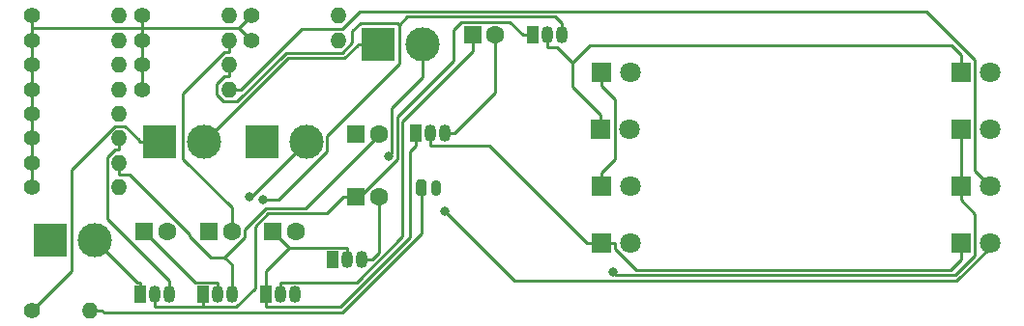
<source format=gbr>
G04 #@! TF.GenerationSoftware,KiCad,Pcbnew,(5.0.1-3-g963ef8bb5)*
G04 #@! TF.CreationDate,2019-07-07T12:57:12+09:00*
G04 #@! TF.ProjectId,Edge Light Tree,45646765204C6967687420547265652E,rev?*
G04 #@! TF.SameCoordinates,Original*
G04 #@! TF.FileFunction,Copper,L2,Bot,Mixed*
G04 #@! TF.FilePolarity,Positive*
%FSLAX46Y46*%
G04 Gerber Fmt 4.6, Leading zero omitted, Abs format (unit mm)*
G04 Created by KiCad (PCBNEW (5.0.1-3-g963ef8bb5)) date 2019 July 07, Sunday 12:57:12*
%MOMM*%
%LPD*%
G01*
G04 APERTURE LIST*
G04 #@! TA.AperFunction,ComponentPad*
%ADD10C,3.000000*%
G04 #@! TD*
G04 #@! TA.AperFunction,ComponentPad*
%ADD11R,3.000000X3.000000*%
G04 #@! TD*
G04 #@! TA.AperFunction,ComponentPad*
%ADD12C,1.600000*%
G04 #@! TD*
G04 #@! TA.AperFunction,ComponentPad*
%ADD13R,1.600000X1.600000*%
G04 #@! TD*
G04 #@! TA.AperFunction,ComponentPad*
%ADD14C,1.800000*%
G04 #@! TD*
G04 #@! TA.AperFunction,ComponentPad*
%ADD15R,1.800000X1.800000*%
G04 #@! TD*
G04 #@! TA.AperFunction,Conductor*
%ADD16C,0.100000*%
G04 #@! TD*
G04 #@! TA.AperFunction,ComponentPad*
%ADD17C,0.900000*%
G04 #@! TD*
G04 #@! TA.AperFunction,ComponentPad*
%ADD18O,0.900000X1.400000*%
G04 #@! TD*
G04 #@! TA.AperFunction,ComponentPad*
%ADD19R,1.050000X1.500000*%
G04 #@! TD*
G04 #@! TA.AperFunction,ComponentPad*
%ADD20O,1.050000X1.500000*%
G04 #@! TD*
G04 #@! TA.AperFunction,ComponentPad*
%ADD21C,1.400000*%
G04 #@! TD*
G04 #@! TA.AperFunction,ComponentPad*
%ADD22O,1.400000X1.400000*%
G04 #@! TD*
G04 #@! TA.AperFunction,ViaPad*
%ADD23C,0.800000*%
G04 #@! TD*
G04 #@! TA.AperFunction,Conductor*
%ADD24C,0.250000*%
G04 #@! TD*
G04 APERTURE END LIST*
D10*
G04 #@! TO.P,BT1,2*
G04 #@! TO.N,Net-(BT1-Pad2)*
X123178000Y-96746400D03*
D11*
G04 #@! TO.P,BT1,1*
G04 #@! TO.N,Net-(BT1-Pad1)*
X119298000Y-96746400D03*
G04 #@! TD*
D10*
G04 #@! TO.P,BT2,2*
G04 #@! TO.N,Net-(BT2-Pad2)*
X151888000Y-79546400D03*
D11*
G04 #@! TO.P,BT2,1*
G04 #@! TO.N,Net-(BT2-Pad1)*
X148008000Y-79546400D03*
G04 #@! TD*
D12*
G04 #@! TO.P,C1,2*
G04 #@! TO.N,Net-(C1-Pad2)*
X129533000Y-95996400D03*
D13*
G04 #@! TO.P,C1,1*
G04 #@! TO.N,Net-(C1-Pad1)*
X127533000Y-95996400D03*
G04 #@! TD*
G04 #@! TO.P,C2,1*
G04 #@! TO.N,Net-(C2-Pad1)*
X146033000Y-87396400D03*
D12*
G04 #@! TO.P,C2,2*
G04 #@! TO.N,Net-(C2-Pad2)*
X148033000Y-87396400D03*
G04 #@! TD*
D13*
G04 #@! TO.P,C3,1*
G04 #@! TO.N,Net-(C3-Pad1)*
X133163000Y-95996400D03*
D12*
G04 #@! TO.P,C3,2*
G04 #@! TO.N,Net-(C3-Pad2)*
X135163000Y-95996400D03*
G04 #@! TD*
G04 #@! TO.P,C4,2*
G04 #@! TO.N,Net-(C4-Pad2)*
X158243000Y-78746400D03*
D13*
G04 #@! TO.P,C4,1*
G04 #@! TO.N,Net-(C4-Pad1)*
X156243000Y-78746400D03*
G04 #@! TD*
G04 #@! TO.P,C5,1*
G04 #@! TO.N,Net-(C5-Pad1)*
X138793000Y-95996400D03*
D12*
G04 #@! TO.P,C5,2*
G04 #@! TO.N,Net-(C5-Pad2)*
X140793000Y-95996400D03*
G04 #@! TD*
G04 #@! TO.P,C6,2*
G04 #@! TO.N,Net-(C6-Pad2)*
X148033000Y-92946400D03*
D13*
G04 #@! TO.P,C6,1*
G04 #@! TO.N,Net-(C6-Pad1)*
X146033000Y-92946400D03*
G04 #@! TD*
D14*
G04 #@! TO.P,D1,2*
G04 #@! TO.N,Net-(D1-Pad2)*
X201540000Y-92000000D03*
D15*
G04 #@! TO.P,D1,1*
G04 #@! TO.N,Net-(C1-Pad1)*
X199000000Y-92000000D03*
G04 #@! TD*
G04 #@! TO.P,D2,1*
G04 #@! TO.N,Net-(C1-Pad1)*
X199000000Y-87000000D03*
D14*
G04 #@! TO.P,D2,2*
G04 #@! TO.N,Net-(D2-Pad2)*
X201540000Y-87000000D03*
G04 #@! TD*
G04 #@! TO.P,D3,2*
G04 #@! TO.N,Net-(D3-Pad2)*
X170000000Y-87000000D03*
D15*
G04 #@! TO.P,D3,1*
G04 #@! TO.N,Net-(C2-Pad1)*
X167460000Y-87000000D03*
G04 #@! TD*
G04 #@! TO.P,D4,1*
G04 #@! TO.N,Net-(C2-Pad1)*
X199000000Y-82000000D03*
D14*
G04 #@! TO.P,D4,2*
G04 #@! TO.N,Net-(D4-Pad2)*
X201540000Y-82000000D03*
G04 #@! TD*
G04 #@! TO.P,D5,2*
G04 #@! TO.N,Net-(D5-Pad2)*
X170040000Y-97000000D03*
D15*
G04 #@! TO.P,D5,1*
G04 #@! TO.N,Net-(C3-Pad1)*
X167500000Y-97000000D03*
G04 #@! TD*
G04 #@! TO.P,D6,1*
G04 #@! TO.N,Net-(C3-Pad1)*
X199000000Y-97000000D03*
D14*
G04 #@! TO.P,D6,2*
G04 #@! TO.N,Net-(D6-Pad2)*
X201540000Y-97000000D03*
G04 #@! TD*
D15*
G04 #@! TO.P,D7,1*
G04 #@! TO.N,Net-(C4-Pad1)*
X167500000Y-82000000D03*
D14*
G04 #@! TO.P,D7,2*
G04 #@! TO.N,Net-(D7-Pad2)*
X170040000Y-82000000D03*
G04 #@! TD*
D15*
G04 #@! TO.P,D8,1*
G04 #@! TO.N,Net-(C4-Pad1)*
X167500000Y-92000000D03*
D14*
G04 #@! TO.P,D8,2*
G04 #@! TO.N,Net-(D8-Pad2)*
X170040000Y-92000000D03*
G04 #@! TD*
D16*
G04 #@! TO.N,Net-(M1-Pad1)*
G04 #@! TO.C,M1*
G36*
X152020054Y-91437483D02*
X152041895Y-91440723D01*
X152063314Y-91446088D01*
X152084104Y-91453527D01*
X152104064Y-91462968D01*
X152123003Y-91474319D01*
X152140738Y-91487473D01*
X152157099Y-91502301D01*
X152171927Y-91518662D01*
X152185081Y-91536397D01*
X152196432Y-91555336D01*
X152205873Y-91575296D01*
X152213312Y-91596086D01*
X152218677Y-91617505D01*
X152221917Y-91639346D01*
X152223000Y-91661400D01*
X152223000Y-92611400D01*
X152221917Y-92633454D01*
X152218677Y-92655295D01*
X152213312Y-92676714D01*
X152205873Y-92697504D01*
X152196432Y-92717464D01*
X152185081Y-92736403D01*
X152171927Y-92754138D01*
X152157099Y-92770499D01*
X152140738Y-92785327D01*
X152123003Y-92798481D01*
X152104064Y-92809832D01*
X152084104Y-92819273D01*
X152063314Y-92826712D01*
X152041895Y-92832077D01*
X152020054Y-92835317D01*
X151998000Y-92836400D01*
X151548000Y-92836400D01*
X151525946Y-92835317D01*
X151504105Y-92832077D01*
X151482686Y-92826712D01*
X151461896Y-92819273D01*
X151441936Y-92809832D01*
X151422997Y-92798481D01*
X151405262Y-92785327D01*
X151388901Y-92770499D01*
X151374073Y-92754138D01*
X151360919Y-92736403D01*
X151349568Y-92717464D01*
X151340127Y-92697504D01*
X151332688Y-92676714D01*
X151327323Y-92655295D01*
X151324083Y-92633454D01*
X151323000Y-92611400D01*
X151323000Y-91661400D01*
X151324083Y-91639346D01*
X151327323Y-91617505D01*
X151332688Y-91596086D01*
X151340127Y-91575296D01*
X151349568Y-91555336D01*
X151360919Y-91536397D01*
X151374073Y-91518662D01*
X151388901Y-91502301D01*
X151405262Y-91487473D01*
X151422997Y-91474319D01*
X151441936Y-91462968D01*
X151461896Y-91453527D01*
X151482686Y-91446088D01*
X151504105Y-91440723D01*
X151525946Y-91437483D01*
X151548000Y-91436400D01*
X151998000Y-91436400D01*
X152020054Y-91437483D01*
X152020054Y-91437483D01*
G37*
D17*
G04 #@! TD*
G04 #@! TO.P,M1,1*
G04 #@! TO.N,Net-(M1-Pad1)*
X151773000Y-92136400D03*
D18*
G04 #@! TO.P,M1,2*
G04 #@! TO.N,Net-(BT2-Pad2)*
X153023000Y-92136400D03*
G04 #@! TD*
D19*
G04 #@! TO.P,Q1,1*
G04 #@! TO.N,Net-(C5-Pad1)*
X151283000Y-87376400D03*
D20*
G04 #@! TO.P,Q1,3*
G04 #@! TO.N,Net-(C4-Pad2)*
X153823000Y-87376400D03*
G04 #@! TO.P,Q1,2*
G04 #@! TO.N,Net-(C3-Pad1)*
X152553000Y-87376400D03*
G04 #@! TD*
G04 #@! TO.P,Q2,2*
G04 #@! TO.N,Net-(C4-Pad1)*
X139443000Y-101526000D03*
G04 #@! TO.P,Q2,3*
G04 #@! TO.N,Net-(C3-Pad2)*
X140713000Y-101526000D03*
D19*
G04 #@! TO.P,Q2,1*
G04 #@! TO.N,Net-(C5-Pad1)*
X138173000Y-101526000D03*
G04 #@! TD*
G04 #@! TO.P,Q3,1*
G04 #@! TO.N,Net-(C6-Pad1)*
X132663000Y-101526000D03*
D20*
G04 #@! TO.P,Q3,3*
G04 #@! TO.N,Net-(C2-Pad2)*
X135203000Y-101526000D03*
G04 #@! TO.P,Q3,2*
G04 #@! TO.N,Net-(C1-Pad1)*
X133933000Y-101526000D03*
G04 #@! TD*
G04 #@! TO.P,Q4,2*
G04 #@! TO.N,Net-(C2-Pad1)*
X162763000Y-78726400D03*
G04 #@! TO.P,Q4,3*
G04 #@! TO.N,Net-(C1-Pad2)*
X164033000Y-78726400D03*
D19*
G04 #@! TO.P,Q4,1*
G04 #@! TO.N,Net-(C6-Pad1)*
X161493000Y-78726400D03*
G04 #@! TD*
G04 #@! TO.P,Q5,1*
G04 #@! TO.N,Net-(BT1-Pad2)*
X127153000Y-101526000D03*
D20*
G04 #@! TO.P,Q5,3*
G04 #@! TO.N,Net-(C5-Pad2)*
X129693000Y-101526000D03*
G04 #@! TO.P,Q5,2*
G04 #@! TO.N,Net-(C6-Pad1)*
X128423000Y-101526000D03*
G04 #@! TD*
G04 #@! TO.P,Q6,2*
G04 #@! TO.N,Net-(C5-Pad1)*
X145313000Y-98476400D03*
G04 #@! TO.P,Q6,3*
G04 #@! TO.N,Net-(C6-Pad2)*
X146583000Y-98476400D03*
D19*
G04 #@! TO.P,Q6,1*
G04 #@! TO.N,Net-(BT1-Pad2)*
X144043000Y-98476400D03*
G04 #@! TD*
D21*
G04 #@! TO.P,R1,1*
G04 #@! TO.N,Net-(R1-Pad1)*
X117713000Y-102896000D03*
D22*
G04 #@! TO.P,R1,2*
G04 #@! TO.N,Net-(M1-Pad1)*
X122793000Y-102896000D03*
G04 #@! TD*
G04 #@! TO.P,R2,2*
G04 #@! TO.N,Net-(D1-Pad2)*
X134903000Y-83496400D03*
D21*
G04 #@! TO.P,R2,1*
G04 #@! TO.N,Net-(R10-Pad1)*
X127283000Y-83496400D03*
G04 #@! TD*
G04 #@! TO.P,R3,1*
G04 #@! TO.N,Net-(R10-Pad1)*
X117713000Y-92096400D03*
D22*
G04 #@! TO.P,R3,2*
G04 #@! TO.N,Net-(D2-Pad2)*
X125333000Y-92096400D03*
G04 #@! TD*
G04 #@! TO.P,R4,2*
G04 #@! TO.N,Net-(C1-Pad2)*
X134903000Y-81346400D03*
D21*
G04 #@! TO.P,R4,1*
G04 #@! TO.N,Net-(R10-Pad1)*
X127283000Y-81346400D03*
G04 #@! TD*
G04 #@! TO.P,R5,1*
G04 #@! TO.N,Net-(R10-Pad1)*
X117713000Y-89946400D03*
D22*
G04 #@! TO.P,R5,2*
G04 #@! TO.N,Net-(C2-Pad2)*
X125333000Y-89946400D03*
G04 #@! TD*
G04 #@! TO.P,R6,2*
G04 #@! TO.N,Net-(D3-Pad2)*
X144473000Y-79196400D03*
D21*
G04 #@! TO.P,R6,1*
G04 #@! TO.N,Net-(R10-Pad1)*
X136853000Y-79196400D03*
G04 #@! TD*
G04 #@! TO.P,R7,1*
G04 #@! TO.N,Net-(R10-Pad1)*
X136853000Y-77046400D03*
D22*
G04 #@! TO.P,R7,2*
G04 #@! TO.N,Net-(D4-Pad2)*
X144473000Y-77046400D03*
G04 #@! TD*
G04 #@! TO.P,R8,2*
G04 #@! TO.N,Net-(C6-Pad2)*
X125333000Y-77046400D03*
D21*
G04 #@! TO.P,R8,1*
G04 #@! TO.N,Net-(R10-Pad1)*
X117713000Y-77046400D03*
G04 #@! TD*
G04 #@! TO.P,R9,1*
G04 #@! TO.N,Net-(R10-Pad1)*
X117713000Y-87796400D03*
D22*
G04 #@! TO.P,R9,2*
G04 #@! TO.N,Net-(C5-Pad2)*
X125333000Y-87796400D03*
G04 #@! TD*
D21*
G04 #@! TO.P,R10,1*
G04 #@! TO.N,Net-(R10-Pad1)*
X117713000Y-85646400D03*
D22*
G04 #@! TO.P,R10,2*
G04 #@! TO.N,Net-(D5-Pad2)*
X125333000Y-85646400D03*
G04 #@! TD*
G04 #@! TO.P,R11,2*
G04 #@! TO.N,Net-(D6-Pad2)*
X125333000Y-83496400D03*
D21*
G04 #@! TO.P,R11,1*
G04 #@! TO.N,Net-(R10-Pad1)*
X117713000Y-83496400D03*
G04 #@! TD*
G04 #@! TO.P,R12,1*
G04 #@! TO.N,Net-(R10-Pad1)*
X127283000Y-79196400D03*
D22*
G04 #@! TO.P,R12,2*
G04 #@! TO.N,Net-(C3-Pad2)*
X134903000Y-79196400D03*
G04 #@! TD*
G04 #@! TO.P,R13,2*
G04 #@! TO.N,Net-(C4-Pad2)*
X125333000Y-81346400D03*
D21*
G04 #@! TO.P,R13,1*
G04 #@! TO.N,Net-(R10-Pad1)*
X117713000Y-81346400D03*
G04 #@! TD*
G04 #@! TO.P,R14,1*
G04 #@! TO.N,Net-(R10-Pad1)*
X127283000Y-77046400D03*
D22*
G04 #@! TO.P,R14,2*
G04 #@! TO.N,Net-(D7-Pad2)*
X134903000Y-77046400D03*
G04 #@! TD*
G04 #@! TO.P,R15,2*
G04 #@! TO.N,Net-(D8-Pad2)*
X125333000Y-79196400D03*
D21*
G04 #@! TO.P,R15,1*
G04 #@! TO.N,Net-(R10-Pad1)*
X117713000Y-79196400D03*
G04 #@! TD*
D11*
G04 #@! TO.P,SW1,1*
G04 #@! TO.N,Net-(R10-Pad1)*
X137798000Y-88146400D03*
D10*
G04 #@! TO.P,SW1,2*
G04 #@! TO.N,Net-(BT1-Pad1)*
X141678000Y-88146400D03*
G04 #@! TD*
D11*
G04 #@! TO.P,SW2,1*
G04 #@! TO.N,Net-(R1-Pad1)*
X128868000Y-88146400D03*
D10*
G04 #@! TO.P,SW2,2*
G04 #@! TO.N,Net-(BT2-Pad1)*
X132748000Y-88146400D03*
G04 #@! TD*
D23*
G04 #@! TO.N,Net-(BT1-Pad1)*
X136690200Y-92911500D03*
G04 #@! TO.N,Net-(BT2-Pad2)*
X148919300Y-89366900D03*
G04 #@! TO.N,Net-(C1-Pad2)*
X137940900Y-93185200D03*
G04 #@! TO.N,Net-(C1-Pad1)*
X168523400Y-99534500D03*
G04 #@! TO.N,Net-(D6-Pad2)*
X153856000Y-94229000D03*
G04 #@! TD*
D24*
G04 #@! TO.N,Net-(BT1-Pad2)*
X127153000Y-101445500D02*
X127153000Y-101526000D01*
X127153000Y-101445500D02*
X127153000Y-100450700D01*
X127153000Y-100450700D02*
X126882300Y-100450700D01*
X126882300Y-100450700D02*
X123178000Y-96746400D01*
G04 #@! TO.N,Net-(BT1-Pad1)*
X141678000Y-88146400D02*
X136912900Y-92911500D01*
X136912900Y-92911500D02*
X136690200Y-92911500D01*
G04 #@! TO.N,Net-(BT2-Pad2)*
X148919300Y-89366900D02*
X149158400Y-89127800D01*
X149158400Y-89127800D02*
X149158400Y-85147100D01*
X149158400Y-85147100D02*
X151888000Y-82417500D01*
X151888000Y-82417500D02*
X151888000Y-79546400D01*
G04 #@! TO.N,Net-(BT2-Pad1)*
X132748000Y-88146400D02*
X140129500Y-80764900D01*
X140129500Y-80764900D02*
X145043800Y-80764900D01*
X145043800Y-80764900D02*
X146182700Y-79626000D01*
X146182700Y-79626000D02*
X146182700Y-79546400D01*
X148008000Y-79546400D02*
X146182700Y-79546400D01*
G04 #@! TO.N,Net-(C1-Pad2)*
X149837900Y-77853800D02*
X150563400Y-77128300D01*
X150563400Y-77128300D02*
X163510200Y-77128300D01*
X163510200Y-77128300D02*
X164033000Y-77651100D01*
X134903000Y-82371700D02*
X134518500Y-82371700D01*
X134518500Y-82371700D02*
X133831200Y-83059000D01*
X133831200Y-83059000D02*
X133831200Y-83948200D01*
X133831200Y-83948200D02*
X134445700Y-84562700D01*
X134445700Y-84562700D02*
X135662200Y-84562700D01*
X135662200Y-84562700D02*
X139948600Y-80276300D01*
X139948600Y-80276300D02*
X144878200Y-80276300D01*
X144878200Y-80276300D02*
X145732400Y-79422100D01*
X145732400Y-79422100D02*
X145732400Y-78360600D01*
X145732400Y-78360600D02*
X146425600Y-77667400D01*
X146425600Y-77667400D02*
X149651500Y-77667400D01*
X149651500Y-77667400D02*
X149837900Y-77853800D01*
X149837900Y-77853800D02*
X149837900Y-81254700D01*
X149837900Y-81254700D02*
X143513400Y-87579200D01*
X143513400Y-87579200D02*
X143513400Y-88926400D01*
X143513400Y-88926400D02*
X139254600Y-93185200D01*
X139254600Y-93185200D02*
X137940900Y-93185200D01*
X164033000Y-78726400D02*
X164033000Y-77651100D01*
X134903000Y-81346400D02*
X134903000Y-82371700D01*
G04 #@! TO.N,Net-(C1-Pad1)*
X199000000Y-93225300D02*
X200225300Y-94450600D01*
X200225300Y-94450600D02*
X200225300Y-98084600D01*
X200225300Y-98084600D02*
X198525600Y-99784300D01*
X198525600Y-99784300D02*
X168773200Y-99784300D01*
X168773200Y-99784300D02*
X168523400Y-99534500D01*
X199000000Y-92000000D02*
X199000000Y-93225300D01*
X199000000Y-91387300D02*
X199000000Y-92000000D01*
X199000000Y-91387300D02*
X199000000Y-90774700D01*
X199000000Y-87000000D02*
X199000000Y-88225300D01*
X199000000Y-88225300D02*
X199000000Y-90774700D01*
X133933000Y-101526000D02*
X133933000Y-100450700D01*
X133933000Y-100450700D02*
X131987300Y-100450700D01*
X131987300Y-100450700D02*
X127533000Y-95996400D01*
G04 #@! TO.N,Net-(C2-Pad1)*
X164994200Y-81178100D02*
X164994200Y-83308900D01*
X164994200Y-83308900D02*
X167460000Y-85774700D01*
X199000000Y-82000000D02*
X199000000Y-80463300D01*
X199000000Y-80463300D02*
X198164300Y-79627600D01*
X198164300Y-79627600D02*
X166544700Y-79627600D01*
X166544700Y-79627600D02*
X164994200Y-81178100D01*
X162763000Y-79801700D02*
X163617800Y-79801700D01*
X163617800Y-79801700D02*
X164994200Y-81178100D01*
X162763000Y-78726400D02*
X162763000Y-79801700D01*
X167460000Y-87000000D02*
X167460000Y-85774700D01*
G04 #@! TO.N,Net-(C2-Pad2)*
X134539100Y-98225200D02*
X136290500Y-96473800D01*
X136290500Y-96473800D02*
X136290500Y-95800900D01*
X136290500Y-95800900D02*
X138180900Y-93910500D01*
X138180900Y-93910500D02*
X141605000Y-93910500D01*
X141605000Y-93910500D02*
X148033000Y-87482500D01*
X148033000Y-87482500D02*
X148033000Y-87396400D01*
X125333000Y-89946400D02*
X125333000Y-90971700D01*
X135203000Y-101526000D02*
X135203000Y-98889100D01*
X135203000Y-98889100D02*
X134539100Y-98225200D01*
X125333000Y-90971700D02*
X126217500Y-90971700D01*
X126217500Y-90971700D02*
X131507300Y-96261500D01*
X131507300Y-96261500D02*
X131507300Y-96402300D01*
X131507300Y-96402300D02*
X133330200Y-98225200D01*
X133330200Y-98225200D02*
X134539100Y-98225200D01*
G04 #@! TO.N,Net-(C3-Pad1)*
X167500000Y-97000000D02*
X166274700Y-97000000D01*
X152553000Y-87376400D02*
X152553000Y-88451700D01*
X152553000Y-88451700D02*
X157726400Y-88451700D01*
X157726400Y-88451700D02*
X166274700Y-97000000D01*
X167500000Y-97000000D02*
X168725300Y-97000000D01*
X168725300Y-97000000D02*
X168725300Y-97496000D01*
X168725300Y-97496000D02*
X170554700Y-99325400D01*
X170554700Y-99325400D02*
X198136100Y-99325400D01*
X198136100Y-99325400D02*
X199000000Y-98461500D01*
X199000000Y-98461500D02*
X199000000Y-97000000D01*
G04 #@! TO.N,Net-(C3-Pad2)*
X134903000Y-79196400D02*
X134903000Y-80221700D01*
X134903000Y-80221700D02*
X134518500Y-80221700D01*
X134518500Y-80221700D02*
X130903500Y-83836700D01*
X130903500Y-83836700D02*
X130903500Y-89635600D01*
X130903500Y-89635600D02*
X135163000Y-93895100D01*
X135163000Y-93895100D02*
X135163000Y-95996400D01*
G04 #@! TO.N,Net-(C4-Pad2)*
X153823000Y-87376400D02*
X154673300Y-87376400D01*
X154673300Y-87376400D02*
X158243000Y-83806700D01*
X158243000Y-83806700D02*
X158243000Y-78746400D01*
G04 #@! TO.N,Net-(C4-Pad1)*
X139443000Y-101526000D02*
X139443000Y-100450700D01*
X139443000Y-100450700D02*
X146095900Y-100450700D01*
X146095900Y-100450700D02*
X150102800Y-96443800D01*
X150102800Y-96443800D02*
X150102800Y-86301000D01*
X150102800Y-86301000D02*
X156243000Y-80160800D01*
X156243000Y-80160800D02*
X156243000Y-78746400D01*
X167500000Y-92000000D02*
X167500000Y-90774700D01*
X167500000Y-90774700D02*
X168685400Y-89589300D01*
X168685400Y-89589300D02*
X168685400Y-84410700D01*
X168685400Y-84410700D02*
X167500000Y-83225300D01*
X167500000Y-82000000D02*
X167500000Y-83225300D01*
G04 #@! TO.N,Net-(C5-Pad1)*
X151283000Y-87376400D02*
X151283000Y-88451700D01*
X138173000Y-101526000D02*
X138173000Y-102601300D01*
X138173000Y-102601300D02*
X144650800Y-102601300D01*
X144650800Y-102601300D02*
X150789500Y-96462600D01*
X150789500Y-96462600D02*
X150789500Y-88945200D01*
X150789500Y-88945200D02*
X151283000Y-88451700D01*
X140197700Y-97401100D02*
X138173000Y-99425800D01*
X138173000Y-99425800D02*
X138173000Y-101526000D01*
X140197700Y-97401100D02*
X138793000Y-95996400D01*
X145313000Y-97401100D02*
X140197700Y-97401100D01*
X145313000Y-98476400D02*
X145313000Y-97401100D01*
G04 #@! TO.N,Net-(C5-Pad2)*
X125333000Y-87796400D02*
X125333000Y-88821700D01*
X125333000Y-88821700D02*
X124948500Y-88821700D01*
X124948500Y-88821700D02*
X124298500Y-89471700D01*
X124298500Y-89471700D02*
X124298500Y-94880600D01*
X124298500Y-94880600D02*
X129693000Y-100275100D01*
X129693000Y-100275100D02*
X129693000Y-101526000D01*
G04 #@! TO.N,Net-(C6-Pad2)*
X148033000Y-92946400D02*
X148033000Y-97876700D01*
X148033000Y-97876700D02*
X147433300Y-98476400D01*
X146583000Y-98476400D02*
X147433300Y-98476400D01*
G04 #@! TO.N,Net-(C6-Pad1)*
X132663000Y-102601300D02*
X135559500Y-102601300D01*
X135559500Y-102601300D02*
X137191200Y-100969600D01*
X137191200Y-100969600D02*
X137191200Y-95537100D01*
X137191200Y-95537100D02*
X138367500Y-94360800D01*
X138367500Y-94360800D02*
X143493300Y-94360800D01*
X143493300Y-94360800D02*
X144907700Y-92946400D01*
X146033000Y-92946400D02*
X146365600Y-92946400D01*
X146365600Y-92946400D02*
X149652400Y-89659600D01*
X149652400Y-89659600D02*
X149652400Y-85926900D01*
X149652400Y-85926900D02*
X154574800Y-81004500D01*
X154574800Y-81004500D02*
X154574800Y-78283700D01*
X154574800Y-78283700D02*
X155237500Y-77621000D01*
X155237500Y-77621000D02*
X159537300Y-77621000D01*
X159537300Y-77621000D02*
X160642700Y-78726400D01*
X161493000Y-78726400D02*
X160642700Y-78726400D01*
X128423000Y-101526000D02*
X128423000Y-102601300D01*
X132663000Y-102601300D02*
X128423000Y-102601300D01*
X146033000Y-92946400D02*
X144907700Y-92946400D01*
X132663000Y-101526000D02*
X132663000Y-102601300D01*
G04 #@! TO.N,Net-(D1-Pad2)*
X134903000Y-83496400D02*
X135928300Y-83496400D01*
X135928300Y-83496400D02*
X141253700Y-78171000D01*
X141253700Y-78171000D02*
X144840600Y-78171000D01*
X144840600Y-78171000D02*
X146334000Y-76677600D01*
X146334000Y-76677600D02*
X195953700Y-76677600D01*
X195953700Y-76677600D02*
X200225400Y-80949300D01*
X200225400Y-80949300D02*
X200225400Y-90685400D01*
X200225400Y-90685400D02*
X201540000Y-92000000D01*
G04 #@! TO.N,Net-(D6-Pad2)*
X153856000Y-94229000D02*
X159944100Y-100317100D01*
X159944100Y-100317100D02*
X198651000Y-100317100D01*
X198651000Y-100317100D02*
X201540000Y-97428100D01*
X201540000Y-97428100D02*
X201540000Y-97000000D01*
G04 #@! TO.N,Net-(M1-Pad1)*
X123818300Y-102896000D02*
X123974000Y-103051700D01*
X123974000Y-103051700D02*
X144837300Y-103051700D01*
X144837300Y-103051700D02*
X151773000Y-96116000D01*
X151773000Y-96116000D02*
X151773000Y-92136400D01*
X122793000Y-102896000D02*
X123818300Y-102896000D01*
G04 #@! TO.N,Net-(R1-Pad1)*
X128868000Y-88146400D02*
X127042700Y-88146400D01*
X117713000Y-102896000D02*
X121123400Y-99485600D01*
X121123400Y-99485600D02*
X121123400Y-90519600D01*
X121123400Y-90519600D02*
X124921600Y-86721400D01*
X124921600Y-86721400D02*
X125795900Y-86721400D01*
X125795900Y-86721400D02*
X127042700Y-87968200D01*
X127042700Y-87968200D02*
X127042700Y-88146400D01*
G04 #@! TO.N,Net-(R10-Pad1)*
X117713000Y-81346400D02*
X117713000Y-79196400D01*
X117713000Y-83496400D02*
X117713000Y-81346400D01*
X117713000Y-78121400D02*
X117713000Y-77046400D01*
X117713000Y-79196400D02*
X117713000Y-78121400D01*
X127283000Y-78121400D02*
X117713000Y-78121400D01*
X135778000Y-78121400D02*
X127283000Y-78121400D01*
X135778000Y-78121400D02*
X136853000Y-79196400D01*
X135778000Y-78121400D02*
X136853000Y-77046400D01*
X127283000Y-78121400D02*
X127283000Y-77046400D01*
X127283000Y-79196400D02*
X127283000Y-78121400D01*
X127283000Y-81346400D02*
X127283000Y-79196400D01*
X127283000Y-81346400D02*
X127283000Y-83496400D01*
X117713000Y-85646400D02*
X117713000Y-83496400D01*
X117713000Y-87796400D02*
X117713000Y-85646400D01*
X117713000Y-89946400D02*
X117713000Y-92096400D01*
X117713000Y-87796400D02*
X117713000Y-89946400D01*
G04 #@! TD*
M02*

</source>
